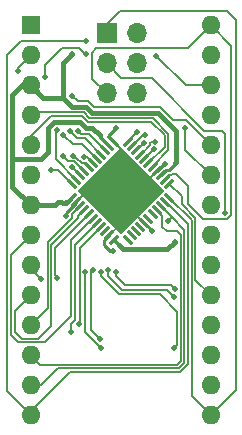
<source format=gbr>
%TF.GenerationSoftware,KiCad,Pcbnew,6.0.11-2627ca5db0~126~ubuntu22.04.1*%
%TF.CreationDate,2024-02-09T08:46:32-05:00*%
%TF.ProjectId,HP8656B_fractional-n_microprocessor,48503836-3536-4425-9f66-72616374696f,rev?*%
%TF.SameCoordinates,Original*%
%TF.FileFunction,Copper,L1,Top*%
%TF.FilePolarity,Positive*%
%FSLAX46Y46*%
G04 Gerber Fmt 4.6, Leading zero omitted, Abs format (unit mm)*
G04 Created by KiCad (PCBNEW 6.0.11-2627ca5db0~126~ubuntu22.04.1) date 2024-02-09 08:46:32*
%MOMM*%
%LPD*%
G01*
G04 APERTURE LIST*
G04 Aperture macros list*
%AMRoundRect*
0 Rectangle with rounded corners*
0 $1 Rounding radius*
0 $2 $3 $4 $5 $6 $7 $8 $9 X,Y pos of 4 corners*
0 Add a 4 corners polygon primitive as box body*
4,1,4,$2,$3,$4,$5,$6,$7,$8,$9,$2,$3,0*
0 Add four circle primitives for the rounded corners*
1,1,$1+$1,$2,$3*
1,1,$1+$1,$4,$5*
1,1,$1+$1,$6,$7*
1,1,$1+$1,$8,$9*
0 Add four rect primitives between the rounded corners*
20,1,$1+$1,$2,$3,$4,$5,0*
20,1,$1+$1,$4,$5,$6,$7,0*
20,1,$1+$1,$6,$7,$8,$9,0*
20,1,$1+$1,$8,$9,$2,$3,0*%
%AMRotRect*
0 Rectangle, with rotation*
0 The origin of the aperture is its center*
0 $1 length*
0 $2 width*
0 $3 Rotation angle, in degrees counterclockwise*
0 Add horizontal line*
21,1,$1,$2,0,0,$3*%
G04 Aperture macros list end*
%TA.AperFunction,ComponentPad*%
%ADD10R,1.600000X1.600000*%
%TD*%
%TA.AperFunction,ComponentPad*%
%ADD11O,1.600000X1.600000*%
%TD*%
%TA.AperFunction,ComponentPad*%
%ADD12R,1.700000X1.700000*%
%TD*%
%TA.AperFunction,ComponentPad*%
%ADD13O,1.700000X1.700000*%
%TD*%
%TA.AperFunction,SMDPad,CuDef*%
%ADD14RoundRect,0.062500X0.380070X-0.291682X-0.291682X0.380070X-0.380070X0.291682X0.291682X-0.380070X0*%
%TD*%
%TA.AperFunction,SMDPad,CuDef*%
%ADD15RoundRect,0.062500X0.380070X0.291682X0.291682X0.380070X-0.380070X-0.291682X-0.291682X-0.380070X0*%
%TD*%
%TA.AperFunction,SMDPad,CuDef*%
%ADD16RotRect,5.200000X5.200000X135.000000*%
%TD*%
%TA.AperFunction,ViaPad*%
%ADD17C,0.508000*%
%TD*%
%TA.AperFunction,Conductor*%
%ADD18C,0.152400*%
%TD*%
%TA.AperFunction,Conductor*%
%ADD19C,0.381000*%
%TD*%
%TA.AperFunction,Conductor*%
%ADD20C,0.254000*%
%TD*%
G04 APERTURE END LIST*
D10*
%TO.P,U2,1,GND*%
%TO.N,GND*%
X129336800Y-32842200D03*
D11*
%TO.P,U2,2,INT*%
%TO.N,/SERIAL_CLK*%
X129336800Y-35382200D03*
%TO.P,U2,3,VCC*%
%TO.N,+5V*%
X129336800Y-37922200D03*
%TO.P,U2,4,EXTAL*%
%TO.N,/EXTAL*%
X129336800Y-40462200D03*
%TO.P,U2,5,XTAL*%
%TO.N,/XTAL*%
X129336800Y-43002200D03*
%TO.P,U2,6,VPROG*%
%TO.N,unconnected-(U2-Pad6)*%
X129336800Y-45542200D03*
%TO.P,U2,7,TIMER*%
%TO.N,+5V*%
X129336800Y-48082200D03*
%TO.P,U2,8,PC0*%
%TO.N,/PC0*%
X129336800Y-50622200D03*
%TO.P,U2,9,PC1*%
%TO.N,/SERIAL_DATA*%
X129336800Y-53162200D03*
%TO.P,U2,10,PC2*%
%TO.N,/T26*%
X129336800Y-55702200D03*
%TO.P,U2,11,PC3*%
%TO.N,/OUT_OF_LOCK*%
X129336800Y-58242200D03*
%TO.P,U2,12,PB0*%
%TO.N,/FM_ENABLE*%
X129336800Y-60782200D03*
%TO.P,U2,13,PB1*%
%TO.N,/B+C (H)*%
X129336800Y-63322200D03*
%TO.P,U2,14,PB2*%
%TO.N,/S (L)*%
X129336800Y-65862200D03*
%TO.P,U2,15,PB3*%
%TO.N,/FM_CAL_ADD_CYCL*%
X144576800Y-65862200D03*
%TO.P,U2,16,PB4*%
%TO.N,/TEST_NO_FM_CAL*%
X144576800Y-63322200D03*
%TO.P,U2,17,PB5*%
%TO.N,/TEST_LF_LOOP_FIXED*%
X144576800Y-60782200D03*
%TO.P,U2,18,PB6*%
%TO.N,/TEST_SIG_ANALYSIS*%
X144576800Y-58242200D03*
%TO.P,U2,19,PB7*%
%TO.N,/TEST_UNUSED*%
X144576800Y-55702200D03*
%TO.P,U2,20,PA0*%
%TO.N,/DATA_BIT1*%
X144576800Y-53162200D03*
%TO.P,U2,21,PA1*%
%TO.N,/DATA_BIT2*%
X144576800Y-50622200D03*
%TO.P,U2,22,PA2*%
%TO.N,/DATA_BIT4*%
X144576800Y-48082200D03*
%TO.P,U2,23,PA3*%
%TO.N,/DATA_BIT8*%
X144576800Y-45542200D03*
%TO.P,U2,24,PA4*%
%TO.N,/DATA_CLK*%
X144576800Y-43002200D03*
%TO.P,U2,25,PA5*%
%TO.N,/DATA_VALID*%
X144576800Y-40462200D03*
%TO.P,U2,26,PA6*%
%TO.N,/FM_DC_ENABLE*%
X144576800Y-37922200D03*
%TO.P,U2,27,PA7*%
%TO.N,/FM_OFF*%
X144576800Y-35382200D03*
%TO.P,U2,28,RESET*%
%TO.N,/RESET*%
X144576800Y-32842200D03*
%TD*%
D12*
%TO.P,J1,1,Pin_1*%
%TO.N,/FM_CAL_ADD_CYCL*%
X135758000Y-33543000D03*
D13*
%TO.P,J1,2,Pin_2*%
%TO.N,+5V*%
X138298000Y-33543000D03*
%TO.P,J1,3,Pin_3*%
%TO.N,/B+C (H)*%
X135758000Y-36083000D03*
%TO.P,J1,4,Pin_4*%
%TO.N,/S (L)*%
X138298000Y-36083000D03*
%TO.P,J1,5,Pin_5*%
%TO.N,/RESET*%
X135758000Y-38623000D03*
%TO.P,J1,6,Pin_6*%
%TO.N,GND*%
X138298000Y-38623000D03*
%TD*%
D14*
%TO.P,U1,1,PE6*%
%TO.N,/PE6*%
X137528441Y-50990736D03*
%TO.P,U1,2,UVCC*%
%TO.N,unconnected-(U1-Pad2)*%
X137881994Y-50637182D03*
%TO.P,U1,3,D-*%
%TO.N,unconnected-(U1-Pad3)*%
X138235548Y-50283629D03*
%TO.P,U1,4,D+*%
%TO.N,unconnected-(U1-Pad4)*%
X138589101Y-49930076D03*
%TO.P,U1,5,UGND*%
%TO.N,GND*%
X138942654Y-49576522D03*
%TO.P,U1,6,UCAP*%
%TO.N,unconnected-(U1-Pad6)*%
X139296208Y-49222969D03*
%TO.P,U1,7,VBUS*%
%TO.N,unconnected-(U1-Pad7)*%
X139649761Y-48869415D03*
%TO.P,U1,8,PB0*%
%TO.N,/FM_ENABLE*%
X140003315Y-48515862D03*
%TO.P,U1,9,PB1*%
%TO.N,/B+C (H)*%
X140356868Y-48162309D03*
%TO.P,U1,10,PB2*%
%TO.N,/S (L)*%
X140710421Y-47808755D03*
%TO.P,U1,11,PB3*%
%TO.N,/FM_CAL_ADD_CYCL*%
X141063975Y-47455202D03*
D15*
%TO.P,U1,12,PB7*%
%TO.N,/TEST_UNUSED*%
X141063975Y-46270798D03*
%TO.P,U1,13,~{RESET}*%
%TO.N,/RESET*%
X140710421Y-45917245D03*
%TO.P,U1,14,VCC*%
%TO.N,+5V*%
X140356868Y-45563691D03*
%TO.P,U1,15,GND*%
%TO.N,GND*%
X140003315Y-45210138D03*
%TO.P,U1,16,XTAL2*%
%TO.N,/EXTAL*%
X139649761Y-44856585D03*
%TO.P,U1,17,XTAL1*%
%TO.N,/XTAL*%
X139296208Y-44503031D03*
%TO.P,U1,18,PD0*%
%TO.N,/DATA_BIT1*%
X138942654Y-44149478D03*
%TO.P,U1,19,PD1*%
%TO.N,/DATA_BIT2*%
X138589101Y-43795924D03*
%TO.P,U1,20,PD2*%
%TO.N,/DATA_BIT4*%
X138235548Y-43442371D03*
%TO.P,U1,21,PD3*%
%TO.N,/DATA_BIT8*%
X137881994Y-43088818D03*
%TO.P,U1,22,PD5*%
%TO.N,/DATA_VALID*%
X137528441Y-42735264D03*
D14*
%TO.P,U1,23,GND*%
%TO.N,GND*%
X136344037Y-42735264D03*
%TO.P,U1,24,AVCC*%
%TO.N,+5V*%
X135990484Y-43088818D03*
%TO.P,U1,25,PD4*%
%TO.N,/DATA_CLK*%
X135636930Y-43442371D03*
%TO.P,U1,26,PD6*%
%TO.N,/FM_DC_ENABLE*%
X135283377Y-43795924D03*
%TO.P,U1,27,PD7*%
%TO.N,/FM_OFF*%
X134929824Y-44149478D03*
%TO.P,U1,28,PB4*%
%TO.N,/TEST_NO_FM_CAL*%
X134576270Y-44503031D03*
%TO.P,U1,29,PB5*%
%TO.N,/TEST_LF_LOOP_FIXED*%
X134222717Y-44856585D03*
%TO.P,U1,30,PB6*%
%TO.N,/TEST_SIG_ANALYSIS*%
X133869163Y-45210138D03*
%TO.P,U1,31,PC6*%
%TO.N,/PC6*%
X133515610Y-45563691D03*
%TO.P,U1,32,PC7*%
%TO.N,/SERIAL_CLK*%
X133162057Y-45917245D03*
%TO.P,U1,33,~{HWB}/PE2*%
%TO.N,/PE2*%
X132808503Y-46270798D03*
D15*
%TO.P,U1,34,VCC*%
%TO.N,+5V*%
X132808503Y-47455202D03*
%TO.P,U1,35,GND*%
%TO.N,GND*%
X133162057Y-47808755D03*
%TO.P,U1,36,PF7*%
%TO.N,/OUT_OF_LOCK*%
X133515610Y-48162309D03*
%TO.P,U1,37,PF6*%
%TO.N,/T26*%
X133869163Y-48515862D03*
%TO.P,U1,38,PF5*%
%TO.N,/SERIAL_DATA*%
X134222717Y-48869415D03*
%TO.P,U1,39,PF4*%
%TO.N,/PC0*%
X134576270Y-49222969D03*
%TO.P,U1,40,PF1*%
%TO.N,/PF1*%
X134929824Y-49576522D03*
%TO.P,U1,41,PF0*%
%TO.N,/PF0*%
X135283377Y-49930076D03*
%TO.P,U1,42,AREF*%
%TO.N,unconnected-(U1-Pad42)*%
X135636930Y-50283629D03*
%TO.P,U1,43,GND*%
%TO.N,GND*%
X135990484Y-50637182D03*
%TO.P,U1,44,AVCC*%
%TO.N,+5V*%
X136344037Y-50990736D03*
D16*
%TO.P,U1,45,GND*%
%TO.N,GND*%
X136936239Y-46863000D03*
%TD*%
D17*
%TO.N,/SERIAL_CLK*%
X131521890Y-41732390D03*
X128270000Y-36703000D03*
%TO.N,/SERIAL_DATA*%
X131572000Y-54229000D03*
X130175000Y-54356000D03*
%TO.N,/B+C (H)*%
X140957800Y-49403000D03*
X145772603Y-48744603D03*
%TO.N,/S (L)*%
X133985000Y-34163000D03*
%TO.N,/TEST_NO_FM_CAL*%
X133836856Y-44017680D03*
X141441903Y-60187303D03*
X135267891Y-53758698D03*
%TO.N,/TEST_LF_LOOP_FIXED*%
X141459718Y-55850476D03*
X132935841Y-43883184D03*
X135894485Y-53551692D03*
%TO.N,/TEST_SIG_ANALYSIS*%
X132080000Y-43942000D03*
X136534823Y-53711177D03*
X141528800Y-55194200D03*
%TO.N,/DATA_BIT1*%
X139743818Y-43362814D03*
%TO.N,/DATA_BIT2*%
X139827000Y-42696900D03*
%TO.N,/DATA_CLK*%
X133350000Y-41783000D03*
X132855140Y-38848860D03*
%TO.N,/DATA_VALID*%
X138303000Y-41910000D03*
%TO.N,/FM_DC_ENABLE*%
X130556000Y-37211000D03*
X132620089Y-41762901D03*
X139954000Y-35433000D03*
X133985000Y-35306000D03*
%TO.N,/FM_OFF*%
X132060834Y-42113193D03*
%TO.N,GND*%
X132310603Y-48998603D03*
X136271000Y-51943000D03*
X140714522Y-44566775D03*
X139573000Y-50292000D03*
X136553437Y-41536495D03*
%TO.N,+5V*%
X132302112Y-47879000D03*
X141640932Y-44485932D03*
X135178735Y-42175599D03*
X141503900Y-51181000D03*
X132842000Y-35306000D03*
%TO.N,/DATA_BIT8*%
X138978103Y-42123897D03*
X142417800Y-41524994D03*
%TO.N,/DATA_BIT4*%
X138958821Y-42783517D03*
%TO.N,/PC6*%
X132825116Y-44847884D03*
X135174794Y-59389206D03*
X134638691Y-53559754D03*
%TO.N,/PE2*%
X133959600Y-53746400D03*
X131064000Y-45085000D03*
X135278397Y-60174603D03*
%TO.N,/PF0*%
X133451100Y-58166000D03*
%TO.N,/PF1*%
X132715000Y-58801000D03*
%TD*%
D18*
%TO.N,/FM_ENABLE*%
X129336800Y-60782200D02*
X130149600Y-61595000D01*
X130149600Y-61595000D02*
X141732000Y-61595000D01*
X141732000Y-61595000D02*
X142036800Y-61290200D01*
X142036800Y-61290200D02*
X142036800Y-50596800D01*
X142036800Y-50596800D02*
X141732000Y-50292000D01*
X141732000Y-50292000D02*
X140843000Y-50292000D01*
X140843000Y-50292000D02*
X140462000Y-49911000D01*
X140462000Y-49911000D02*
X140462000Y-48974547D01*
X140462000Y-48974547D02*
X140003315Y-48515862D01*
%TO.N,/B+C (H)*%
X129336800Y-63322200D02*
X130225800Y-63322200D01*
X131648200Y-61899800D02*
X141858252Y-61899800D01*
X141858252Y-61899800D02*
X142341600Y-61416452D01*
X130225800Y-63322200D02*
X131648200Y-61899800D01*
X142341600Y-61416452D02*
X142341600Y-50147041D01*
X142341600Y-50147041D02*
X141283780Y-49089220D01*
%TO.N,/S (L)*%
X140710421Y-47808755D02*
X140772755Y-47808755D01*
X141984504Y-62204600D02*
X132613400Y-62204600D01*
X140772755Y-47808755D02*
X142646400Y-49682400D01*
X142646400Y-49682400D02*
X142646400Y-61542704D01*
X142646400Y-61542704D02*
X141984504Y-62204600D01*
X132613400Y-62204600D02*
X129336800Y-65481200D01*
X129336800Y-65481200D02*
X129336800Y-65862200D01*
D19*
%TO.N,+5V*%
X135178735Y-42175599D02*
X134517849Y-41514713D01*
X131330700Y-41008300D02*
X130810000Y-41529000D01*
X134517849Y-41514713D02*
X133997700Y-41514713D01*
X133997700Y-41514713D02*
X133491287Y-41008300D01*
X133491287Y-41008300D02*
X131330700Y-41008300D01*
X130810000Y-41529000D02*
X130810000Y-43561000D01*
X130810000Y-43561000D02*
X130175000Y-44196000D01*
X130175000Y-44196000D02*
X127762000Y-44196000D01*
X127762000Y-46507400D02*
X127762000Y-44196000D01*
X127762000Y-44196000D02*
X127762000Y-38735000D01*
X129336800Y-48082200D02*
X127762000Y-46507400D01*
X127762000Y-38735000D02*
X128574800Y-37922200D01*
X131637822Y-47843222D02*
X131398844Y-48082200D01*
X131398844Y-48082200D02*
X129336800Y-48082200D01*
D18*
%TO.N,/SERIAL_CLK*%
X128270000Y-36703000D02*
X128270000Y-36449000D01*
X128270000Y-36449000D02*
X129336800Y-35382200D01*
X131521890Y-41732390D02*
X131444500Y-41809780D01*
X131444500Y-44199688D02*
X133162057Y-45917245D01*
X131444500Y-41809780D02*
X131444500Y-44199688D01*
%TO.N,/EXTAL*%
X133812178Y-40233600D02*
X129565400Y-40233600D01*
X139649761Y-44856585D02*
X139649761Y-44754239D01*
X140970000Y-42037000D02*
X139649200Y-40716200D01*
X129565400Y-40233600D02*
X129336800Y-40462200D01*
X140970000Y-43434000D02*
X140970000Y-42037000D01*
X139649761Y-44754239D02*
X140970000Y-43434000D01*
X139649200Y-40716200D02*
X134294778Y-40716200D01*
X134294778Y-40716200D02*
X133812178Y-40233600D01*
%TO.N,/XTAL*%
X129336800Y-42240200D02*
X131038600Y-40538400D01*
X131038600Y-40538400D02*
X133685926Y-40538400D01*
X133685926Y-40538400D02*
X134168526Y-41021000D01*
X140665200Y-42163252D02*
X140665200Y-43134039D01*
X134168526Y-41021000D02*
X139522948Y-41021000D01*
X140665200Y-43134039D02*
X139296208Y-44503031D01*
X139522948Y-41021000D02*
X140665200Y-42163252D01*
X129336800Y-43002200D02*
X129336800Y-42240200D01*
%TO.N,/SERIAL_DATA*%
X131368800Y-54025800D02*
X131368800Y-51723332D01*
X131368800Y-51723332D02*
X134222717Y-48869415D01*
X129336800Y-53162200D02*
X129336800Y-53517800D01*
X129336800Y-53517800D02*
X130175000Y-54356000D01*
X131572000Y-54229000D02*
X131368800Y-54025800D01*
%TO.N,/T26*%
X133350000Y-49022000D02*
X133350000Y-49149000D01*
X128016000Y-58801000D02*
X128016000Y-57023000D01*
X133869163Y-48515862D02*
X133856138Y-48515862D01*
X128016000Y-57023000D02*
X129336800Y-55702200D01*
X133350000Y-49149000D02*
X131064000Y-51435000D01*
X128600200Y-59385200D02*
X128016000Y-58801000D01*
X131064000Y-58293000D02*
X129971800Y-59385200D01*
X131064000Y-51435000D02*
X131064000Y-58293000D01*
X133856138Y-48515862D02*
X133350000Y-49022000D01*
X129971800Y-59385200D02*
X128600200Y-59385200D01*
%TO.N,/OUT_OF_LOCK*%
X130759200Y-56819800D02*
X130759200Y-51231800D01*
X129336800Y-58242200D02*
X130759200Y-56819800D01*
X130759200Y-51231800D02*
X132842000Y-49149000D01*
X132842000Y-48835919D02*
X133515610Y-48162309D01*
X132842000Y-49149000D02*
X132842000Y-48835919D01*
%TO.N,/B+C (H)*%
X141283780Y-49089220D02*
X140356868Y-48162309D01*
X145542000Y-41783000D02*
X144018000Y-41783000D01*
X145772603Y-48744603D02*
X145796000Y-48721206D01*
X137013000Y-37338000D02*
X135758000Y-36083000D01*
X145796000Y-42037000D02*
X145542000Y-41783000D01*
X139573000Y-37338000D02*
X137013000Y-37338000D01*
X140970000Y-49403000D02*
X140957800Y-49403000D01*
X145796000Y-48721206D02*
X145796000Y-42037000D01*
X141283780Y-49089220D02*
X140970000Y-49403000D01*
X144018000Y-41783000D02*
X139573000Y-37338000D01*
%TO.N,/S (L)*%
X127292100Y-35394900D02*
X128524000Y-34163000D01*
X127292100Y-63817500D02*
X127292100Y-35394900D01*
X129336800Y-65862200D02*
X127292100Y-63817500D01*
X128524000Y-34163000D02*
X133985000Y-34163000D01*
%TO.N,/FM_CAL_ADD_CYCL*%
X135758000Y-32771000D02*
X136906000Y-31623000D01*
X145923000Y-31623000D02*
X146685000Y-32385000D01*
X142951200Y-64211200D02*
X144576800Y-65836800D01*
X142951200Y-49342427D02*
X142951200Y-64211200D01*
X146685000Y-63754000D02*
X144576800Y-65862200D01*
X136906000Y-31623000D02*
X145923000Y-31623000D01*
X141063975Y-47455202D02*
X142951200Y-49342427D01*
X135758000Y-33543000D02*
X135758000Y-32771000D01*
X144576800Y-65836800D02*
X144576800Y-65862200D01*
X146685000Y-32385000D02*
X146685000Y-63754000D01*
%TO.N,/TEST_NO_FM_CAL*%
X135267891Y-54114891D02*
X136779000Y-55626000D01*
X135267891Y-53758698D02*
X135267891Y-54114891D01*
X134090919Y-44017680D02*
X134576270Y-44503031D01*
X141732000Y-59897206D02*
X141441903Y-60187303D01*
X140258616Y-55626000D02*
X141732000Y-57099384D01*
X136779000Y-55626000D02*
X140258616Y-55626000D01*
X133836856Y-44017680D02*
X134090919Y-44017680D01*
X141732000Y-57099384D02*
X141732000Y-59897206D01*
%TO.N,/TEST_LF_LOOP_FIXED*%
X133113141Y-44060484D02*
X133197160Y-44060484D01*
X140854242Y-55245000D02*
X141459718Y-55850476D01*
X137033000Y-55245000D02*
X140854242Y-55245000D01*
X133905099Y-44538967D02*
X134222717Y-44856585D01*
X132935841Y-43883184D02*
X133113141Y-44060484D01*
X135894485Y-53551692D02*
X135894485Y-54106485D01*
X135894485Y-54106485D02*
X137033000Y-55245000D01*
X133675643Y-44538967D02*
X133905099Y-44538967D01*
X133197160Y-44060484D02*
X133675643Y-44538967D01*
%TO.N,/TEST_SIG_ANALYSIS*%
X136534823Y-53711177D02*
X136534823Y-54111823D01*
X132503284Y-44365284D02*
X133024309Y-44365284D01*
X132080000Y-43942000D02*
X132503284Y-44365284D01*
X137287000Y-54864000D02*
X141198600Y-54864000D01*
X133024309Y-44365284D02*
X133869163Y-45210138D01*
X136534823Y-54111823D02*
X137287000Y-54864000D01*
X141198600Y-54864000D02*
X141528800Y-55194200D01*
%TO.N,/TEST_UNUSED*%
X142113000Y-47319823D02*
X141063975Y-46270798D01*
X142113000Y-48006000D02*
X142113000Y-47319823D01*
X143256000Y-54381400D02*
X143256000Y-49149000D01*
X144576800Y-55702200D02*
X143256000Y-54381400D01*
X143256000Y-49149000D02*
X142113000Y-48006000D01*
%TO.N,/DATA_BIT1*%
X138942654Y-44149478D02*
X138957154Y-44149478D01*
X138957154Y-44149478D02*
X139743818Y-43362814D01*
%TO.N,/DATA_BIT2*%
X139827000Y-42696900D02*
X139548100Y-42696900D01*
X139446000Y-42978838D02*
X138628914Y-43795924D01*
X139548100Y-42696900D02*
X139446000Y-42799000D01*
X139446000Y-42799000D02*
X139446000Y-42978838D01*
X138628914Y-43795924D02*
X138589101Y-43795924D01*
%TO.N,/DATA_CLK*%
X142468600Y-40894000D02*
X144576800Y-43002200D01*
X140262939Y-39776400D02*
X141380539Y-40894000D01*
X134201456Y-39293800D02*
X134684056Y-39776400D01*
X141380539Y-40894000D02*
X142468600Y-40894000D01*
X133604000Y-42037000D02*
X134231559Y-42037000D01*
X133300080Y-39293800D02*
X134201456Y-39293800D01*
X132855140Y-38848860D02*
X133300080Y-39293800D01*
X133350000Y-41783000D02*
X133604000Y-42037000D01*
X134231559Y-42037000D02*
X135636930Y-43442371D01*
X134684056Y-39776400D02*
X140262939Y-39776400D01*
%TO.N,/DATA_VALID*%
X137528441Y-42684559D02*
X138303000Y-41910000D01*
X137528441Y-42735264D02*
X137528441Y-42684559D01*
%TO.N,/FM_DC_ENABLE*%
X133275188Y-42418000D02*
X133905453Y-42418000D01*
X133934200Y-35255200D02*
X133985000Y-35306000D01*
X131978400Y-34772600D02*
X133451600Y-34772600D01*
X130556000Y-37211000D02*
X130556000Y-36195000D01*
X133905453Y-42418000D02*
X135283377Y-43795924D01*
X130556000Y-36195000D02*
X131978400Y-34772600D01*
X132620089Y-41762901D02*
X133275188Y-42418000D01*
X133451600Y-34772600D02*
X133934200Y-35255200D01*
X139954000Y-35433000D02*
X142443200Y-37922200D01*
X142443200Y-37922200D02*
X144576800Y-37922200D01*
%TO.N,/FM_OFF*%
X133706346Y-42926000D02*
X134929824Y-44149478D01*
X132060834Y-42113193D02*
X132873641Y-42926000D01*
X132873641Y-42926000D02*
X133706346Y-42926000D01*
%TO.N,/RESET*%
X140710421Y-45917245D02*
X141076791Y-45550875D01*
X142621000Y-47955948D02*
X143941052Y-49276000D01*
X142621000Y-34798000D02*
X134874000Y-34798000D01*
X141213102Y-45550875D02*
X141297977Y-45466000D01*
X142621000Y-46482000D02*
X142621000Y-47955948D01*
X134874000Y-34798000D02*
X134493000Y-35179000D01*
X146304000Y-48895000D02*
X146304000Y-34569400D01*
X145923000Y-49276000D02*
X146304000Y-48895000D01*
X141297977Y-45466000D02*
X141605000Y-45466000D01*
X146304000Y-34569400D02*
X144576800Y-32842200D01*
X134493000Y-37358000D02*
X135758000Y-38623000D01*
X141076791Y-45550875D02*
X141213102Y-45550875D01*
X144576800Y-32842200D02*
X142621000Y-34798000D01*
X141605000Y-45466000D02*
X142621000Y-46482000D01*
X143941052Y-49276000D02*
X145923000Y-49276000D01*
X134493000Y-35179000D02*
X134493000Y-37358000D01*
%TO.N,GND*%
X136936239Y-46863000D02*
X136936239Y-43327466D01*
X138350453Y-46863000D02*
X140003315Y-45210138D01*
D20*
X132310603Y-48725803D02*
X133162057Y-47874349D01*
X136015514Y-51943000D02*
X135509000Y-51436486D01*
D18*
X140646678Y-44566775D02*
X140587767Y-44625686D01*
D20*
X136271000Y-51943000D02*
X136015514Y-51943000D01*
D18*
X136936239Y-49691427D02*
X135990484Y-50637182D01*
X134107812Y-46863000D02*
X133162057Y-47808755D01*
D20*
X135890000Y-42281227D02*
X136344037Y-42735264D01*
D18*
X136936239Y-43327466D02*
X136344037Y-42735264D01*
D20*
X138942654Y-49576522D02*
X139573000Y-50206868D01*
X135509000Y-51436486D02*
X135509000Y-51118666D01*
X135890000Y-42199932D02*
X135890000Y-42281227D01*
X140587767Y-44625686D02*
X140003315Y-45210138D01*
D18*
X136936239Y-46863000D02*
X136936239Y-47570107D01*
D20*
X133162057Y-47874349D02*
X133162057Y-47808755D01*
X132310603Y-48998603D02*
X132310603Y-48725803D01*
X139573000Y-50206868D02*
X139573000Y-50292000D01*
D18*
X136936239Y-46863000D02*
X136936239Y-49691427D01*
X136936239Y-46863000D02*
X134107812Y-46863000D01*
D20*
X136553437Y-41536495D02*
X135890000Y-42199932D01*
D18*
X136936239Y-46863000D02*
X138350453Y-46863000D01*
D20*
X135509000Y-51118666D02*
X135990484Y-50637182D01*
D18*
X140714522Y-44566775D02*
X140646678Y-44566775D01*
X136936239Y-47570107D02*
X138942654Y-49576522D01*
D20*
%TO.N,+5V*%
X135128000Y-42226334D02*
X135990484Y-43088818D01*
D19*
X132080000Y-36068000D02*
X132080000Y-38989000D01*
X132302112Y-47879000D02*
X131637822Y-47843222D01*
D20*
X129336800Y-37922200D02*
X128574800Y-37922200D01*
X141044766Y-45144475D02*
X140798007Y-45144475D01*
D19*
X136793273Y-51449273D02*
X136793273Y-51439972D01*
D20*
X132302112Y-47879000D02*
X132384705Y-47879000D01*
D19*
X141640932Y-41818932D02*
X141640932Y-44414068D01*
D20*
X141640932Y-44548309D02*
X141044766Y-45144475D01*
X141640932Y-44414068D02*
X141605000Y-44450000D01*
D18*
X140378791Y-45563691D02*
X140356868Y-45563691D01*
D20*
X140798007Y-45144475D02*
X140378791Y-45563691D01*
D19*
X137171006Y-51827006D02*
X136793273Y-51449273D01*
X140068300Y-40246300D02*
X141640932Y-41818932D01*
X140857894Y-51827006D02*
X137171006Y-51827006D01*
X134489417Y-40246300D02*
X140068300Y-40246300D01*
X130403600Y-38989000D02*
X131953000Y-38989000D01*
X129336800Y-37922200D02*
X130403600Y-38989000D01*
D20*
X136793273Y-51439972D02*
X136344037Y-50990736D01*
D19*
X132080000Y-38989000D02*
X132854700Y-39763700D01*
X134006817Y-39763700D02*
X134489417Y-40246300D01*
D20*
X132384705Y-47879000D02*
X132808503Y-47455202D01*
D19*
X132842000Y-35306000D02*
X132080000Y-36068000D01*
D20*
X141640932Y-44485932D02*
X141640932Y-44548309D01*
D19*
X132854700Y-39763700D02*
X134006817Y-39763700D01*
X141503900Y-51181000D02*
X140857894Y-51827006D01*
D18*
%TO.N,/DATA_BIT8*%
X137881994Y-43088818D02*
X137886182Y-43088818D01*
X142417800Y-41524994D02*
X142417800Y-43383200D01*
X138851103Y-42123897D02*
X138978103Y-42123897D01*
X137886182Y-43088818D02*
X138851103Y-42123897D01*
X142417800Y-43383200D02*
X144576800Y-45542200D01*
%TO.N,/DATA_BIT4*%
X138235548Y-43442371D02*
X138299967Y-43442371D01*
X138299967Y-43442371D02*
X138958821Y-42783517D01*
%TO.N,/PC6*%
X134441700Y-58656112D02*
X135174794Y-59389206D01*
X133515610Y-45538378D02*
X133515610Y-45563691D01*
X132825116Y-44847884D02*
X133515610Y-45538378D01*
X134638691Y-53559754D02*
X134441700Y-53756745D01*
X134441700Y-53756745D02*
X134441700Y-58656112D01*
%TO.N,/PE2*%
X131622705Y-45085000D02*
X132808503Y-46270798D01*
X133959600Y-58855806D02*
X135278397Y-60174603D01*
X131064000Y-45085000D02*
X131622705Y-45085000D01*
X133959600Y-53746400D02*
X133959600Y-58855806D01*
%TO.N,/PF0*%
X133477000Y-58140100D02*
X133451100Y-58166000D01*
X133477000Y-51736453D02*
X133477000Y-58140100D01*
X135283377Y-49930076D02*
X133477000Y-51736453D01*
%TO.N,/PF1*%
X133096000Y-51435000D02*
X133096000Y-57785000D01*
X134929824Y-49576522D02*
X134929824Y-49601176D01*
X133096000Y-57785000D02*
X132715000Y-58166000D01*
X132715000Y-58166000D02*
X132715000Y-58801000D01*
X134929824Y-49601176D02*
X133096000Y-51435000D01*
%TO.N,/PC0*%
X130517526Y-59690000D02*
X132715000Y-57492526D01*
X132715000Y-51054000D02*
X134546031Y-49222969D01*
X134546031Y-49222969D02*
X134576270Y-49222969D01*
X132715000Y-57492526D02*
X132715000Y-51054000D01*
X128270000Y-59690000D02*
X130517526Y-59690000D01*
X127635000Y-52324000D02*
X127635000Y-59055000D01*
X129336800Y-50622200D02*
X127635000Y-52324000D01*
X127635000Y-59055000D02*
X128270000Y-59690000D01*
%TD*%
M02*

</source>
